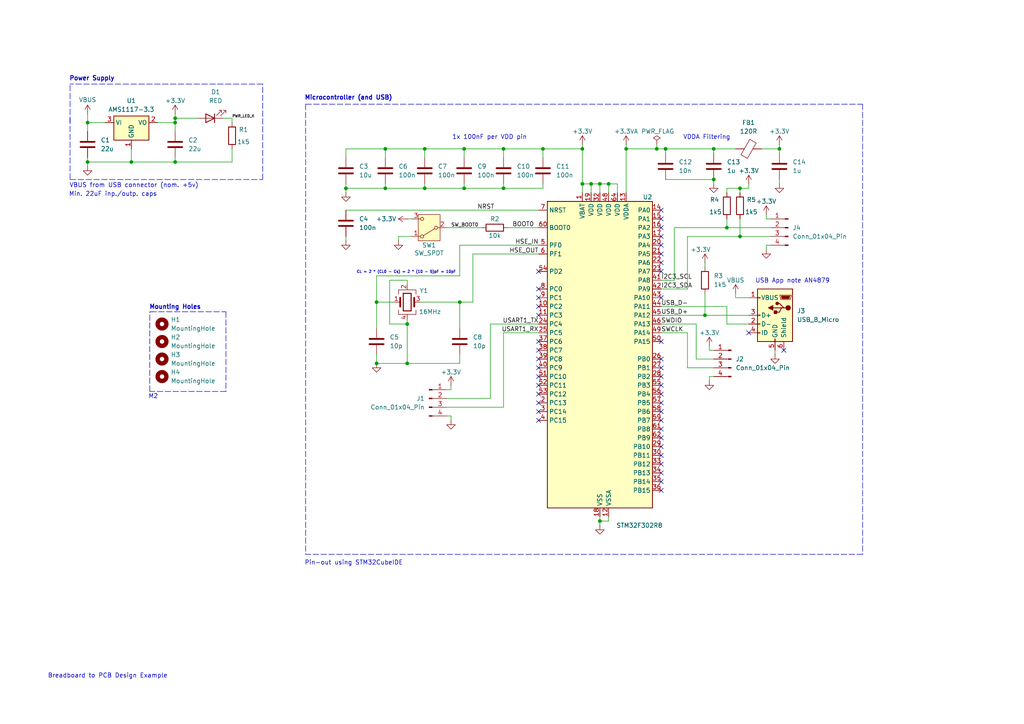
<source format=kicad_sch>
(kicad_sch (version 20231120) (generator "eeschema") (generator_version "8.0")
  (paper "A4")
  (title_block (title "Breadboard to PCB Pipeline Design") (date "2024-06-27") (rev "0.1") (company "Hana Co."))
  (lib_symbols
    (symbol "Connector:Conn_01x04_Pin" (pin_names (offset 1.016) hide)
      (property "Reference" "J" (at 0 5.08 0))
      (property "Value" "Conn_01x04_Pin" (at 0 -7.62 0))
      (symbol "Conn_01x04_Pin_1_1"
        (polyline (pts (xy 1.27 -5.08) (xy 0.8636 -5.08)) (stroke (width 0.1524)))
        (polyline (pts (xy 1.27 -2.54) (xy 0.8636 -2.54)) (stroke (width 0.1524)))
        (polyline (pts (xy 1.27 0) (xy 0.8636 0)) (stroke (width 0.1524)))
        (polyline (pts (xy 1.27 2.54) (xy 0.8636 2.54)) (stroke (width 0.1524)))
        (rectangle (start 0.8636 -4.953) (end 0 -5.207) (stroke (width 0.1524)) (fill (type outline)))
        (rectangle (start 0.8636 -2.413) (end 0 -2.667) (stroke (width 0.1524)) (fill (type outline)))
        (rectangle (start 0.8636 0.127) (end 0 -0.127) (stroke (width 0.1524)) (fill (type outline)))
        (rectangle (start 0.8636 2.667) (end 0 2.413) (stroke (width 0.1524)) (fill (type outline)))
        (pin passive line (at 5.08 2.54 180) (length 3.81) (name "Pin_1") (number "1"))
        (pin passive line (at 5.08 0 180) (length 3.81) (name "Pin_2") (number "2"))
        (pin passive line (at 5.08 -2.54 180) (length 3.81) (name "Pin_3") (number "3"))
        (pin passive line (at 5.08 -5.08 180) (length 3.81) (name "Pin_4") (number "4"))
      )
    )
    (symbol "Connector:USB_B_Micro" (pin_names (offset 1.016))
      (property "Reference" "J" (at -5.08 11.43 0))
      (property "Value" "USB_B_Micro" (at -5.08 8.89 0))
      (symbol "USB_B_Micro_0_1"
        (rectangle (start -5.08 -7.62) (end 5.08 7.62) (stroke (width 0.254)) (fill (type background)))
        (circle (center -3.81 2.159) (radius 0.635) (stroke (width 0.254)) (fill (type outline)))
        (circle (center -0.635 3.429) (radius 0.381) (stroke (width 0.254)) (fill (type outline)))
        (rectangle (start -0.127 -7.62) (end 0.127 -6.858))
        (polyline (pts (xy -1.905 2.159) (xy 0.635 2.159)) (stroke (width 0.254)))
        (polyline (pts (xy -3.175 2.159) (xy -2.54 2.159) (xy -1.27 3.429) (xy -0.635 3.429)) (stroke (width 0.254)))
        (polyline (pts (xy -2.54 2.159) (xy -1.905 2.159) (xy -1.27 0.889) (xy 0 0.889)) (stroke (width 0.254)))
        (polyline (pts (xy 0.635 2.794) (xy 0.635 1.524) (xy 1.905 2.159) (xy 0.635 2.794)) (stroke (width 0.254)) (fill (type outline)))
        (polyline (pts (xy -4.318 5.588) (xy -1.778 5.588) (xy -2.032 4.826) (xy -4.064 4.826) (xy -4.318 5.588)) (fill (type outline)))
        (polyline (pts (xy -4.699 5.842) (xy -4.699 5.588) (xy -4.445 4.826) (xy -4.445 4.572) (xy -1.651 4.572) (xy -1.651 4.826) (xy -1.397 5.588) (xy -1.397 5.842) (xy -4.699 5.842)))
        (rectangle (start 0.254 1.27) (end -0.508 0.508) (stroke (width 0.254)) (fill (type outline)))
        (rectangle (start 5.08 -5.207) (end 4.318 -4.953))
        (rectangle (start 5.08 -2.667) (end 4.318 -2.413))
        (rectangle (start 5.08 -0.127) (end 4.318 0.127))
        (rectangle (start 5.08 4.953) (end 4.318 5.207))
      )
      (symbol "USB_B_Micro_1_1"
        (pin power_out line (at 7.62 5.08 180) (length 2.54) (name "VBUS") (number "1"))
        (pin bidirectional line (at 7.62 -2.54 180) (length 2.54) (name "D-") (number "2"))
        (pin bidirectional line (at 7.62 0 180) (length 2.54) (name "D+") (number "3"))
        (pin passive line (at 7.62 -5.08 180) (length 2.54) (name "ID") (number "4"))
        (pin power_out line (at 0 -10.16 90) (length 2.54) (name "GND") (number "5"))
        (pin passive line (at -2.54 -10.16 90) (length 2.54) (name "Shield") (number "6"))
      )
    )
    (symbol "Device:C" (pin_numbers hide) (pin_names (offset 0.254))
      (property "Reference" "C" (at 0.635 2.54 0))
      (property "Value" "C" (at 0.635 -2.54 0))
      (symbol "C_0_1"
        (polyline (pts (xy -2.032 -0.762) (xy 2.032 -0.762)) (stroke (width 0.508)))
        (polyline (pts (xy -2.032 0.762) (xy 2.032 0.762)) (stroke (width 0.508)))
      )
      (symbol "C_1_1"
        (pin passive line (at 0 3.81 270) (length 2.794) (name "~") (number "1"))
        (pin passive line (at 0 -3.81 90) (length 2.794) (name "~") (number "2"))
      )
    )
    (symbol "Device:Crystal_GND24" (pin_names (offset 1.016) hide)
      (property "Reference" "Y" (at 3.175 5.08 0))
      (property "Value" "Crystal_GND24" (at 3.175 3.175 0))
      (symbol "Crystal_GND24_0_1"
        (rectangle (start -1.143 2.54) (end 1.143 -2.54) (stroke (width 0.3048)))
        (polyline (pts (xy -2.54 0) (xy -2.032 0)))
        (polyline (pts (xy -2.032 -1.27) (xy -2.032 1.27)) (stroke (width 0.508)))
        (polyline (pts (xy 0 -3.81) (xy 0 -3.556)))
        (polyline (pts (xy 0 3.556) (xy 0 3.81)))
        (polyline (pts (xy 2.032 -1.27) (xy 2.032 1.27)) (stroke (width 0.508)))
        (polyline (pts (xy 2.032 0) (xy 2.54 0)))
        (polyline (pts (xy -2.54 -2.286) (xy -2.54 -3.556) (xy 2.54 -3.556) (xy 2.54 -2.286)))
        (polyline (pts (xy -2.54 2.286) (xy -2.54 3.556) (xy 2.54 3.556) (xy 2.54 2.286)))
      )
      (symbol "Crystal_GND24_1_1"
        (pin passive line (at -3.81 0 0) (length 1.27) (name "1") (number "1"))
        (pin passive line (at 0 5.08 270) (length 1.27) (name "2") (number "2"))
        (pin passive line (at 3.81 0 180) (length 1.27) (name "3") (number "3"))
        (pin passive line (at 0 -5.08 90) (length 1.27) (name "4") (number "4"))
      )
    )
    (symbol "Device:FerriteBead" (pin_numbers hide) (pin_names (offset 0))
      (property "Reference" "FB" (at -3.81 0.635 90))
      (property "Value" "FerriteBead" (at 3.81 0 90))
      (symbol "FerriteBead_0_1"
        (polyline (pts (xy 0 -1.27) (xy 0 -1.2192)))
        (polyline (pts (xy 0 1.27) (xy 0 1.2954)))
        (polyline (pts (xy -2.7686 0.4064) (xy -1.7018 2.2606) (xy 2.7686 -0.3048) (xy 1.6764 -2.159) (xy -2.7686 0.4064)))
      )
      (symbol "FerriteBead_1_1"
        (pin passive line (at 0 3.81 270) (length 2.54) (name "~") (number "1"))
        (pin passive line (at 0 -3.81 90) (length 2.54) (name "~") (number "2"))
      )
    )
    (symbol "Device:LED" (pin_numbers hide) (pin_names (offset 1.016) hide)
      (property "Reference" "D" (at 0 2.54 0))
      (property "Value" "LED" (at 0 -2.54 0))
      (symbol "LED_0_1"
        (polyline (pts (xy -1.27 -1.27) (xy -1.27 1.27)) (stroke (width 0.254)))
        (polyline (pts (xy -1.27 0) (xy 1.27 0)))
        (polyline (pts (xy 1.27 -1.27) (xy 1.27 1.27) (xy -1.27 0) (xy 1.27 -1.27)) (stroke (width 0.254)))
        (polyline (pts (xy -3.048 -0.762) (xy -4.572 -2.286) (xy -3.81 -2.286) (xy -4.572 -2.286) (xy -4.572 -1.524)))
        (polyline (pts (xy -1.778 -0.762) (xy -3.302 -2.286) (xy -2.54 -2.286) (xy -3.302 -2.286) (xy -3.302 -1.524)))
      )
      (symbol "LED_1_1"
        (pin passive line (at -3.81 0 0) (length 2.54) (name "K") (number "1"))
        (pin passive line (at 3.81 0 180) (length 2.54) (name "A") (number "2"))
      )
    )
    (symbol "Device:R" (pin_numbers hide) (pin_names (offset 0))
      (property "Reference" "R" (at 2.032 0 90))
      (property "Value" "R" (at 0 0 90))
      (symbol "R_0_1"
        (rectangle (start -1.016 -2.54) (end 1.016 2.54) (stroke (width 0.254)))
      )
      (symbol "R_1_1"
        (pin passive line (at 0 3.81 270) (length 1.27) (name "~") (number "1"))
        (pin passive line (at 0 -3.81 90) (length 1.27) (name "~") (number "2"))
      )
    )
    (symbol "MCU_ST_STM32F3:STM32F302R8Tx"
      (property "Reference" "U" (at -15.24 46.99 0))
      (property "Value" "STM32F302R8Tx" (at 10.16 46.99 0))
      (symbol "STM32F302R8Tx_0_1"
        (rectangle (start -15.24 -43.18) (end 15.24 45.72) (stroke (width 0.254)) (fill (type background)))
      )
      (symbol "STM32F302R8Tx_1_1"
        (pin power_in line (at -5.08 48.26 270) (length 2.54) (name "VBAT") (number "1"))
        (pin bidirectional line (at -17.78 15.24 0) (length 2.54) (name "PC2") (number "10"))
        (pin bidirectional line (at -17.78 12.7 0) (length 2.54) (name "PC3") (number "11"))
        (pin power_in line (at 2.54 -45.72 90) (length 2.54) (name "VSSA") (number "12"))
        (pin power_in line (at 7.62 48.26 270) (length 2.54) (name "VDDA") (number "13"))
        (pin bidirectional line (at 17.78 43.18 180) (length 2.54) (name "PA0") (number "14"))
        (pin bidirectional line (at 17.78 40.64 180) (length 2.54) (name "PA1") (number "15"))
        (pin bidirectional line (at 17.78 38.1 180) (length 2.54) (name "PA2") (number "16"))
        (pin bidirectional line (at 17.78 35.56 180) (length 2.54) (name "PA3") (number "17"))
        (pin power_in line (at 0 -45.72 90) (length 2.54) (name "VSS") (number "18"))
        (pin power_in line (at -2.54 48.26 270) (length 2.54) (name "VDD") (number "19"))
        (pin bidirectional line (at -17.78 -12.7 0) (length 2.54) (name "PC13") (number "2"))
        (pin bidirectional line (at 17.78 33.02 180) (length 2.54) (name "PA4") (number "20"))
        (pin bidirectional line (at 17.78 30.48 180) (length 2.54) (name "PA5") (number "21"))
        (pin bidirectional line (at 17.78 27.94 180) (length 2.54) (name "PA6") (number "22"))
        (pin bidirectional line (at 17.78 25.4 180) (length 2.54) (name "PA7") (number "23"))
        (pin bidirectional line (at -17.78 10.16 0) (length 2.54) (name "PC4") (number "24"))
        (pin bidirectional line (at -17.78 7.62 0) (length 2.54) (name "PC5") (number "25"))
        (pin bidirectional line (at 17.78 0 180) (length 2.54) (name "PB0") (number "26"))
        (pin bidirectional line (at 17.78 -2.54 180) (length 2.54) (name "PB1") (number "27"))
        (pin bidirectional line (at 17.78 -5.08 180) (length 2.54) (name "PB2") (number "28"))
        (pin bidirectional line (at 17.78 -25.4 180) (length 2.54) (name "PB10") (number "29"))
        (pin bidirectional line (at -17.78 -15.24 0) (length 2.54) (name "PC14") (number "3"))
        (pin bidirectional line (at 17.78 -27.94 180) (length 2.54) (name "PB11") (number "30"))
        (pin passive line (at 0 -45.72 90) (length 2.54) hide (name "VSS") (number "31"))
        (pin power_in line (at 0 48.26 270) (length 2.54) (name "VDD") (number "32"))
        (pin bidirectional line (at 17.78 -30.48 180) (length 2.54) (name "PB12") (number "33"))
        (pin bidirectional line (at 17.78 -33.02 180) (length 2.54) (name "PB13") (number "34"))
        (pin bidirectional line (at 17.78 -35.56 180) (length 2.54) (name "PB14") (number "35"))
        (pin bidirectional line (at 17.78 -38.1 180) (length 2.54) (name "PB15") (number "36"))
        (pin bidirectional line (at -17.78 5.08 0) (length 2.54) (name "PC6") (number "37"))
        (pin bidirectional line (at -17.78 2.54 0) (length 2.54) (name "PC7") (number "38"))
        (pin bidirectional line (at -17.78 0 0) (length 2.54) (name "PC8") (number "39"))
        (pin bidirectional line (at -17.78 -17.78 0) (length 2.54) (name "PC15") (number "4"))
        (pin bidirectional line (at -17.78 -2.54 0) (length 2.54) (name "PC9") (number "40"))
        (pin bidirectional line (at 17.78 22.86 180) (length 2.54) (name "PA8") (number "41"))
        (pin bidirectional line (at 17.78 20.32 180) (length 2.54) (name "PA9") (number "42"))
        (pin bidirectional line (at 17.78 17.78 180) (length 2.54) (name "PA10") (number "43"))
        (pin bidirectional line (at 17.78 15.24 180) (length 2.54) (name "PA11") (number "44"))
        (pin bidirectional line (at 17.78 12.7 180) (length 2.54) (name "PA12") (number "45"))
        (pin bidirectional line (at 17.78 10.16 180) (length 2.54) (name "PA13") (number "46"))
        (pin passive line (at 0 -45.72 90) (length 2.54) hide (name "VSS") (number "47"))
        (pin power_in line (at 2.54 48.26 270) (length 2.54) (name "VDD") (number "48"))
        (pin bidirectional line (at 17.78 7.62 180) (length 2.54) (name "PA14") (number "49"))
        (pin bidirectional line (at -17.78 33.02 0) (length 2.54) (name "PF0") (number "5"))
        (pin bidirectional line (at 17.78 5.08 180) (length 2.54) (name "PA15") (number "50"))
        (pin bidirectional line (at -17.78 -5.08 0) (length 2.54) (name "PC10") (number "51"))
        (pin bidirectional line (at -17.78 -7.62 0) (length 2.54) (name "PC11") (number "52"))
        (pin bidirectional line (at -17.78 -10.16 0) (length 2.54) (name "PC12") (number "53"))
        (pin bidirectional line (at -17.78 25.4 0) (length 2.54) (name "PD2") (number "54"))
        (pin bidirectional line (at 17.78 -7.62 180) (length 2.54) (name "PB3") (number "55"))
        (pin bidirectional line (at 17.78 -10.16 180) (length 2.54) (name "PB4") (number "56"))
        (pin bidirectional line (at 17.78 -12.7 180) (length 2.54) (name "PB5") (number "57"))
        (pin bidirectional line (at 17.78 -15.24 180) (length 2.54) (name "PB6") (number "58"))
        (pin bidirectional line (at 17.78 -17.78 180) (length 2.54) (name "PB7") (number "59"))
        (pin bidirectional line (at -17.78 30.48 0) (length 2.54) (name "PF1") (number "6"))
        (pin input line (at -17.78 38.1 0) (length 2.54) (name "BOOT0") (number "60"))
        (pin bidirectional line (at 17.78 -20.32 180) (length 2.54) (name "PB8") (number "61"))
        (pin bidirectional line (at 17.78 -22.86 180) (length 2.54) (name "PB9") (number "62"))
        (pin passive line (at 0 -45.72 90) (length 2.54) hide (name "VSS") (number "63"))
        (pin power_in line (at 5.08 48.26 270) (length 2.54) (name "VDD") (number "64"))
        (pin input line (at -17.78 43.18 0) (length 2.54) (name "NRST") (number "7"))
        (pin bidirectional line (at -17.78 20.32 0) (length 2.54) (name "PC0") (number "8"))
        (pin bidirectional line (at -17.78 17.78 0) (length 2.54) (name "PC1") (number "9"))
      )
    )
    (symbol "Mechanical:MountingHole" (pin_names (offset 1.016)) (exclude_from_sim yes) (in_bom no)
      (property "Reference" "H" (at 0 5.08 0))
      (property "Value" "MountingHole" (at 0 3.175 0))
      (symbol "MountingHole_0_1"
        (circle (center 0 0) (radius 1.27) (stroke (width 1.27)))
      )
    )
    (symbol "Regulator_Linear:AMS1117-3.3"
      (property "Reference" "U" (at -3.81 3.175 0))
      (property "Value" "AMS1117-3.3" (at 0 3.175 0))
      (symbol "AMS1117-3.3_0_1"
        (rectangle (start -5.08 -5.08) (end 5.08 1.905) (stroke (width 0.254)) (fill (type background)))
      )
      (symbol "AMS1117-3.3_1_1"
        (pin power_in line (at 0 -7.62 90) (length 2.54) (name "GND") (number "1"))
        (pin power_out line (at 7.62 0 180) (length 2.54) (name "VO") (number "2"))
        (pin power_in line (at -7.62 0 0) (length 2.54) (name "VI") (number "3"))
      )
    )
    (symbol "Switch:SW_SPDT" (pin_names (offset 0) hide)
      (property "Reference" "SW" (at 0 5.08 0))
      (property "Value" "SW_SPDT" (at 0 -5.08 0))
      (symbol "SW_SPDT_0_1"
        (circle (center -2.032 0) (radius 0.4572))
        (polyline (pts (xy -1.651 0.254) (xy 1.651 2.286)))
        (circle (center 2.032 -2.54) (radius 0.4572))
        (circle (center 2.032 2.54) (radius 0.4572))
      )
      (symbol "SW_SPDT_1_1"
        (rectangle (start -3.175 3.81) (end 3.175 -3.81) (fill (type background)))
        (pin passive line (at 5.08 2.54 180) (length 2.54) (name "A") (number "1"))
        (pin passive line (at -5.08 0 0) (length 2.54) (name "B") (number "2"))
        (pin passive line (at 5.08 -2.54 180) (length 2.54) (name "C") (number "3"))
      )
    )
    (symbol "power:+3.3V" (power) (pin_numbers hide) (pin_names (offset 0) hide)
      (property "Value" "+3.3V" (at 0 3.556 0))
      (symbol "+3.3V_0_1"
        (polyline (pts (xy -0.762 1.27) (xy 0 2.54)))
        (polyline (pts (xy 0 0) (xy 0 2.54)))
        (polyline (pts (xy 0 2.54) (xy 0.762 1.27)))
      )
      (symbol "+3.3V_1_1"
        (pin power_in line (at 0 0 90) (length 0) (name "~") (number "1"))
      )
    )
    (symbol "power:GND" (power) (pin_numbers hide) (pin_names (offset 0) hide)
      (property "Value" "GND" (at 0 -3.81 0))
      (symbol "GND_0_1"
        (polyline (pts (xy 0 0) (xy 0 -1.27) (xy 1.27 -1.27) (xy 0 -2.54) (xy -1.27 -1.27) (xy 0 -1.27)))
      )
      (symbol "GND_1_1"
        (pin power_in line (at 0 0 270) (length 0) (name "~") (number "1"))
      )
    )
    (symbol "power:PWR_FLAG" (power) (pin_numbers hide) (pin_names (offset 0) hide)
      (property "Value" "PWR_FLAG" (at 0 3.81 0))
      (symbol "PWR_FLAG_0_0"
        (pin power_out line (at 0 0 90) (length 0) (name "~") (number "1"))
      )
      (symbol "PWR_FLAG_0_1"
        (polyline (pts (xy 0 0) (xy 0 1.27) (xy -1.016 1.905) (xy 0 2.54) (xy 1.016 1.905) (xy 0 1.27)))
      )
    )
    (symbol "power:VBUS" (power) (pin_numbers hide) (pin_names (offset 0) hide)
      (property "Value" "VBUS" (at 0 3.556 0))
      (symbol "VBUS_0_1"
        (polyline (pts (xy -0.762 1.27) (xy 0 2.54)))
        (polyline (pts (xy 0 0) (xy 0 2.54)))
        (polyline (pts (xy 0 2.54) (xy 0.762 1.27)))
      )
      (symbol "VBUS_1_1"
        (pin power_in line (at 0 0 90) (length 0) (name "~") (number "1"))
      )
    )
  )
  (junction (at 134.62 54.61))
  (junction (at 173.99 151.13))
  (junction (at 181.61 43.18))
  (junction (at 25.4 46.99))
  (junction (at 118.11 105.41))
  (junction (at 204.47 91.44))
  (junction (at 109.22 105.41))
  (junction (at 157.48 43.18))
  (junction (at 134.62 43.18))
  (junction (at 100.33 54.61))
  (junction (at 111.76 54.61))
  (junction (at 133.35 87.63))
  (junction (at 207.01 52.07))
  (junction (at 50.8 46.99))
  (junction (at 171.45 53.34))
  (junction (at 25.4 35.56))
  (junction (at 207.01 43.18))
  (junction (at 168.91 43.18))
  (junction (at 226.06 43.18))
  (junction (at 146.05 43.18))
  (junction (at 190.5 43.18))
  (junction (at 123.19 43.18))
  (junction (at 123.19 54.61))
  (junction (at 109.22 87.63))
  (junction (at 111.76 43.18))
  (junction (at 146.05 54.61))
  (junction (at 193.04 43.18))
  (junction (at 214.63 68.58))
  (junction (at 176.53 53.34))
  (junction (at 50.8 34.29))
  (junction (at 168.91 53.34))
  (junction (at 118.11 93.98))
  (junction (at 210.82 66.04))
  (junction (at 173.99 53.34))
  (junction (at 214.63 54.61))
  (junction (at 50.8 35.56))
  (junction (at 38.1 46.99))
  (no_connect (at 191.77 132.08))
  (no_connect (at 191.77 99.06))
  (no_connect (at 191.77 104.14))
  (no_connect (at 156.21 86.36))
  (no_connect (at 191.77 116.84))
  (no_connect (at 191.77 114.3))
  (no_connect (at 156.21 116.84))
  (no_connect (at 191.77 134.62))
  (no_connect (at 217.17 96.52))
  (no_connect (at 156.21 83.82))
  (no_connect (at 156.21 109.22))
  (no_connect (at 191.77 111.76))
  (no_connect (at 191.77 121.92))
  (no_connect (at 191.77 124.46))
  (no_connect (at 191.77 127))
  (no_connect (at 227.33 101.6))
  (no_connect (at 191.77 63.5))
  (no_connect (at 156.21 114.3))
  (no_connect (at 156.21 104.14))
  (no_connect (at 156.21 78.74))
  (no_connect (at 191.77 119.38))
  (no_connect (at 156.21 121.92))
  (no_connect (at 191.77 68.58))
  (no_connect (at 156.21 99.06))
  (no_connect (at 191.77 106.68))
  (no_connect (at 191.77 60.96))
  (no_connect (at 191.77 137.16))
  (no_connect (at 156.21 106.68))
  (no_connect (at 191.77 142.24))
  (no_connect (at 156.21 88.9))
  (no_connect (at 191.77 109.22))
  (no_connect (at 156.21 101.6))
  (no_connect (at 156.21 91.44))
  (no_connect (at 191.77 129.54))
  (no_connect (at 191.77 86.36))
  (no_connect (at 191.77 73.66))
  (no_connect (at 191.77 78.74))
  (no_connect (at 191.77 139.7))
  (no_connect (at 156.21 111.76))
  (no_connect (at 156.21 119.38))
  (no_connect (at 191.77 76.2))
  (no_connect (at 191.77 71.12))
  (no_connect (at 191.77 66.04))
  (wire (pts (xy 133.35 87.63) (xy 133.35 95.25)))
  (polyline (pts (xy 250.19 30.226) (xy 250.19 160.782)) (stroke (width 0) (type dash)))
  (wire (pts (xy 214.63 63.5) (xy 214.63 68.58)))
  (wire (pts (xy 210.82 88.9) (xy 210.82 93.98)))
  (wire (pts (xy 205.74 100.33) (xy 205.74 101.6)))
  (wire (pts (xy 176.53 151.13) (xy 176.53 149.86)))
  (wire (pts (xy 191.77 91.44) (xy 204.47 91.44)))
  (wire (pts (xy 67.31 46.99) (xy 50.8 46.99)))
  (wire (pts (xy 168.91 43.18) (xy 168.91 53.34)))
  (wire (pts (xy 179.07 53.34) (xy 179.07 55.88)))
  (wire (pts (xy 130.81 120.65) (xy 129.54 120.65)))
  (wire (pts (xy 146.05 54.61) (xy 157.48 54.61)))
  (wire (pts (xy 67.31 34.29) (xy 67.31 35.56)))
  (polyline (pts (xy 43.434 90.424) (xy 43.688 90.424)))
  (wire (pts (xy 173.99 151.13) (xy 176.53 151.13)))
  (wire (pts (xy 118.11 82.55) (xy 118.11 81.28)))
  (polyline (pts (xy 43.434 90.424) (xy 43.688 90.424)))
  (wire (pts (xy 25.4 38.1) (xy 25.4 35.56)))
  (wire (pts (xy 100.33 53.34) (xy 100.33 54.61)))
  (wire (pts (xy 67.31 43.18) (xy 67.31 46.99)))
  (wire (pts (xy 195.58 66.04) (xy 195.58 81.28)))
  (wire (pts (xy 118.11 105.41) (xy 133.35 105.41)))
  (wire (pts (xy 50.8 33.02) (xy 50.8 34.29)))
  (wire (pts (xy 222.25 72.39) (xy 222.25 71.12)))
  (wire (pts (xy 191.77 96.52) (xy 199.39 96.52)))
  (wire (pts (xy 173.99 53.34) (xy 176.53 53.34)))
  (wire (pts (xy 100.33 54.61) (xy 111.76 54.61)))
  (polyline (pts (xy 43.434 90.424) (xy 43.688 90.424)))
  (wire (pts (xy 109.22 80.01) (xy 109.22 87.63)))
  (wire (pts (xy 111.76 45.72) (xy 111.76 43.18)))
  (wire (pts (xy 199.39 83.82) (xy 199.39 68.58)))
  (polyline (pts (xy 65.532 90.424) (xy 65.532 113.538)) (stroke (width 0) (type dash)))
  (wire (pts (xy 193.04 52.07) (xy 207.01 52.07)))
  (wire (pts (xy 181.61 41.91) (xy 181.61 43.18)))
  (wire (pts (xy 50.8 46.99) (xy 50.8 45.72)))
  (wire (pts (xy 134.62 53.34) (xy 134.62 54.61)))
  (wire (pts (xy 38.1 46.99) (xy 50.8 46.99)))
  (wire (pts (xy 118.11 81.28) (xy 113.03 81.28)))
  (wire (pts (xy 191.77 93.98) (xy 201.93 93.98)))
  (wire (pts (xy 222.25 71.12) (xy 223.52 71.12)))
  (polyline (pts (xy 43.434 113.538) (xy 43.434 90.424)) (stroke (width 0) (type dash)))
  (wire (pts (xy 217.17 54.61) (xy 217.17 53.34)))
  (wire (pts (xy 45.72 35.56) (xy 50.8 35.56)))
  (wire (pts (xy 118.11 93.98) (xy 118.11 105.41)))
  (wire (pts (xy 123.19 45.72) (xy 123.19 43.18)))
  (wire (pts (xy 118.11 93.98) (xy 118.11 92.71)))
  (wire (pts (xy 100.33 60.96) (xy 156.21 60.96)))
  (polyline (pts (xy 43.688 90.424) (xy 65.532 90.424)) (stroke (width 0) (type dash)))
  (wire (pts (xy 213.36 85.09) (xy 213.36 86.36)))
  (wire (pts (xy 147.32 66.04) (xy 156.21 66.04)))
  (wire (pts (xy 113.03 93.98) (xy 118.11 93.98)))
  (wire (pts (xy 168.91 53.34) (xy 171.45 53.34)))
  (wire (pts (xy 109.22 87.63) (xy 114.3 87.63)))
  (polyline (pts (xy 20.32 35.56) (xy 20.32 24.384)) (stroke (width 0) (type dash)))
  (wire (pts (xy 111.76 54.61) (xy 123.19 54.61)))
  (wire (pts (xy 156.21 71.12) (xy 133.35 71.12)))
  (wire (pts (xy 210.82 54.61) (xy 214.63 54.61)))
  (wire (pts (xy 214.63 54.61) (xy 214.63 55.88)))
  (wire (pts (xy 191.77 88.9) (xy 210.82 88.9)))
  (wire (pts (xy 207.01 52.07) (xy 207.01 53.34)))
  (wire (pts (xy 226.06 41.91) (xy 226.06 43.18)))
  (wire (pts (xy 109.22 102.87) (xy 109.22 105.41)))
  (wire (pts (xy 50.8 35.56) (xy 50.8 38.1)))
  (wire (pts (xy 171.45 53.34) (xy 171.45 55.88)))
  (wire (pts (xy 181.61 43.18) (xy 190.5 43.18)))
  (wire (pts (xy 213.36 86.36) (xy 217.17 86.36)))
  (wire (pts (xy 204.47 91.44) (xy 217.17 91.44)))
  (wire (pts (xy 38.1 43.18) (xy 38.1 46.99)))
  (polyline (pts (xy 43.434 90.424) (xy 43.688 90.424)))
  (wire (pts (xy 134.62 43.18) (xy 146.05 43.18)))
  (wire (pts (xy 157.48 43.18) (xy 168.91 43.18)))
  (wire (pts (xy 100.33 45.72) (xy 100.33 43.18)))
  (wire (pts (xy 176.53 53.34) (xy 176.53 55.88)))
  (wire (pts (xy 226.06 52.07) (xy 226.06 53.34)))
  (wire (pts (xy 115.57 69.85) (xy 115.57 68.58)))
  (wire (pts (xy 199.39 106.68) (xy 207.01 106.68)))
  (wire (pts (xy 204.47 76.2) (xy 204.47 77.47)))
  (wire (pts (xy 130.81 111.76) (xy 130.81 113.03)))
  (wire (pts (xy 130.81 121.92) (xy 130.81 120.65)))
  (wire (pts (xy 134.62 45.72) (xy 134.62 43.18)))
  (wire (pts (xy 199.39 96.52) (xy 199.39 106.68)))
  (wire (pts (xy 109.22 105.41) (xy 118.11 105.41)))
  (wire (pts (xy 201.93 93.98) (xy 201.93 104.14)))
  (wire (pts (xy 109.22 87.63) (xy 109.22 95.25)))
  (polyline (pts (xy 43.688 90.424) (xy 44.45 90.424)))
  (wire (pts (xy 205.74 109.22) (xy 207.01 109.22)))
  (wire (pts (xy 146.05 118.11) (xy 129.54 118.11)))
  (wire (pts (xy 118.11 63.5) (xy 119.38 63.5)))
  (wire (pts (xy 123.19 53.34) (xy 123.19 54.61)))
  (wire (pts (xy 193.04 43.18) (xy 193.04 44.45)))
  (wire (pts (xy 214.63 68.58) (xy 223.52 68.58)))
  (wire (pts (xy 25.4 48.26) (xy 25.4 46.99)))
  (wire (pts (xy 210.82 63.5) (xy 210.82 66.04)))
  (wire (pts (xy 130.81 113.03) (xy 129.54 113.03)))
  (wire (pts (xy 133.35 71.12) (xy 133.35 80.01)))
  (polyline (pts (xy 76.2 24.384) (xy 20.32 24.384)) (stroke (width 0) (type dash)))
  (wire (pts (xy 171.45 53.34) (xy 173.99 53.34)))
  (wire (pts (xy 207.01 43.18) (xy 193.04 43.18)))
  (wire (pts (xy 156.21 96.52) (xy 146.05 96.52)))
  (wire (pts (xy 210.82 66.04) (xy 223.52 66.04)))
  (polyline (pts (xy 65.532 113.538) (xy 43.434 113.538)) (stroke (width 0) (type dash)))
  (wire (pts (xy 121.92 87.63) (xy 133.35 87.63)))
  (wire (pts (xy 210.82 93.98) (xy 217.17 93.98)))
  (wire (pts (xy 123.19 54.61) (xy 134.62 54.61)))
  (wire (pts (xy 100.33 68.58) (xy 100.33 69.85)))
  (wire (pts (xy 129.54 115.57) (xy 142.24 115.57)))
  (wire (pts (xy 133.35 87.63) (xy 137.16 87.63)))
  (wire (pts (xy 100.33 43.18) (xy 111.76 43.18)))
  (wire (pts (xy 50.8 34.29) (xy 50.8 35.56)))
  (wire (pts (xy 220.98 43.18) (xy 226.06 43.18)))
  (wire (pts (xy 201.93 104.14) (xy 207.01 104.14)))
  (polyline (pts (xy 76.2 52.07) (xy 76.2 24.384)) (stroke (width 0) (type dash)))
  (wire (pts (xy 210.82 55.88) (xy 210.82 54.61)))
  (wire (pts (xy 190.5 43.18) (xy 193.04 43.18)))
  (wire (pts (xy 222.25 63.5) (xy 223.52 63.5)))
  (wire (pts (xy 100.33 54.61) (xy 100.33 55.88)))
  (wire (pts (xy 50.8 34.29) (xy 57.15 34.29)))
  (wire (pts (xy 129.54 66.04) (xy 139.7 66.04)))
  (polyline (pts (xy 88.646 30.226) (xy 250.19 30.226)) (stroke (width 0) (type dash)))
  (wire (pts (xy 137.16 87.63) (xy 137.16 73.66)))
  (wire (pts (xy 113.03 81.28) (xy 113.03 93.98)))
  (wire (pts (xy 111.76 43.18) (xy 123.19 43.18)))
  (wire (pts (xy 207.01 44.45) (xy 207.01 43.18)))
  (wire (pts (xy 111.76 53.34) (xy 111.76 54.61)))
  (wire (pts (xy 199.39 68.58) (xy 214.63 68.58)))
  (wire (pts (xy 181.61 55.88) (xy 181.61 43.18)))
  (wire (pts (xy 205.74 101.6) (xy 207.01 101.6)))
  (polyline (pts (xy 250.19 160.782) (xy 88.646 160.782)) (stroke (width 0) (type dash)))
  (wire (pts (xy 64.77 34.29) (xy 67.31 34.29)))
  (polyline (pts (xy 20.32 52.07) (xy 76.2 52.07)) (stroke (width 0) (type dash)))
  (wire (pts (xy 195.58 81.28) (xy 191.77 81.28)))
  (wire (pts (xy 115.57 68.58) (xy 119.38 68.58)))
  (wire (pts (xy 142.24 93.98) (xy 156.21 93.98)))
  (wire (pts (xy 146.05 43.18) (xy 157.48 43.18)))
  (wire (pts (xy 191.77 83.82) (xy 199.39 83.82)))
  (wire (pts (xy 146.05 45.72) (xy 146.05 43.18)))
  (wire (pts (xy 146.05 96.52) (xy 146.05 118.11)))
  (wire (pts (xy 173.99 152.4) (xy 173.99 151.13)))
  (wire (pts (xy 142.24 115.57) (xy 142.24 93.98)))
  (wire (pts (xy 168.91 41.91) (xy 168.91 43.18)))
  (wire (pts (xy 205.74 110.49) (xy 205.74 109.22)))
  (wire (pts (xy 133.35 80.01) (xy 109.22 80.01)))
  (wire (pts (xy 137.16 73.66) (xy 156.21 73.66)))
  (wire (pts (xy 214.63 54.61) (xy 217.17 54.61)))
  (wire (pts (xy 173.99 53.34) (xy 173.99 55.88)))
  (wire (pts (xy 173.99 149.86) (xy 173.99 151.13)))
  (wire (pts (xy 207.01 43.18) (xy 213.36 43.18)))
  (wire (pts (xy 190.5 41.91) (xy 190.5 43.18)))
  (wire (pts (xy 168.91 53.34) (xy 168.91 55.88)))
  (wire (pts (xy 134.62 54.61) (xy 146.05 54.61)))
  (wire (pts (xy 157.48 53.34) (xy 157.48 54.61)))
  (wire (pts (xy 133.35 102.87) (xy 133.35 105.41)))
  (wire (pts (xy 123.19 43.18) (xy 134.62 43.18)))
  (wire (pts (xy 146.05 53.34) (xy 146.05 54.61)))
  (wire (pts (xy 157.48 45.72) (xy 157.48 43.18)))
  (wire (pts (xy 25.4 35.56) (xy 30.48 35.56)))
  (wire (pts (xy 25.4 46.99) (xy 25.4 45.72)))
  (wire (pts (xy 222.25 62.23) (xy 222.25 63.5)))
  (wire (pts (xy 224.79 101.6) (xy 224.79 102.87)))
  (wire (pts (xy 195.58 66.04) (xy 210.82 66.04)))
  (polyline (pts (xy 43.434 90.424) (xy 43.688 90.424)))
  (wire (pts (xy 204.47 85.09) (xy 204.47 91.44)))
  (polyline (pts (xy 20.32 34.29) (xy 20.32 52.07)) (stroke (width 0) (type dash)))
  (wire (pts (xy 25.4 33.02) (xy 25.4 35.56)))
  (wire (pts (xy 226.06 43.18) (xy 226.06 44.45)))
  (polyline (pts (xy 88.646 30.226) (xy 88.646 160.782)) (stroke (width 0) (type dash)))
  (wire (pts (xy 25.4 46.99) (xy 38.1 46.99)))
  (wire (pts (xy 176.53 53.34) (xy 179.07 53.34)))
  (text "Pin-out using STM32CubeIDE" (at 102.616 163.322 0) (effects (font (size 1.27 1.27))))
  (text "USB App note AN4879" (at 229.87 81.534 0) (effects (font (size 1.27 1.27))))
  (text "Power Supply" (at 26.67 22.86 0) (effects (font (size 1.27 1.27) (bold yes))))
  (text "M2" (at 44.45 115.062 0) (effects (font (size 1.27 1.27))))
  (text "VBUS from USB connector (nom. +5v)" (at 38.862 53.848 0) (effects (font (size 1.27 1.27))))
  (text "Min. 22uF inp./outp. caps" (at 32.766 56.388 0) (effects (font (size 1.27 1.27))))
  (text "Breadboard to PCB Design Example" (at 31.242 196.088 0) (effects (font (size 1.27 1.27))))
  (text "Microcontroller (and USB)" (at 101.092 28.448 0) (effects (font (size 1.27 1.27) (bold yes))))
  (text "CL = 2 * (CL0 - Cs) = 2 * (10 - 5)pF = 10pF" (at 117.856 78.994 0) (effects (font (size 0.762 0.762))))
  (text "1x 100nF per VDD pin" (at 141.986 39.878 0) (effects (font (size 1.27 1.27))))
  (text "Mounting Holes" (at 50.8 89.154 0) (effects (font (size 1.27 1.27) (bold yes))))
  (text "VDDA Filtering" (at 204.978 39.878 0) (effects (font (size 1.27 1.27))))
  (label "I2C3_SDA" (at 191.77 83.82 0))
  (label "PWR_LED_K" (at 67.31 34.29 0) (effects (font (size 0.762 0.762))))
  (label "USB_D-" (at 191.77 88.9 0))
  (label "USART1_TX" (at 156.21 93.98 180))
  (label "USB_D+" (at 191.77 91.44 0))
  (label "USART1_RX" (at 156.21 96.52 180))
  (label "NRST" (at 138.43 60.96 0))
  (label "HSE_IN" (at 156.21 71.12 180))
  (label "SWCLK" (at 191.77 96.52 0))
  (label "SWDIO" (at 191.77 93.98 0))
  (label "I2C3_SCL" (at 191.77 81.28 0))
  (label "HSE_OUT" (at 156.21 73.66 180))
  (label "SW_BOOT0" (at 130.81 66.04 0) (effects (font (size 1.016 1.016))))
  (label "BOOT0" (at 148.59 66.04 0))
  (symbol (lib_id "Device:C") (at 25.4 41.91 0) (unit 1)
    (property "Reference" "C1" (at 29.21 40.6399 0) (effects (justify left)))
    (property "Value" "22u" (at 29.21 43.1799 0) (effects (justify left)))
    (property "Footprint" "Capacitor_SMD:C_0805_2012Metric" (effects (hide yes)))
    (property "Description" "Unpolarized capacitor" (effects (hide yes)))
  )
  (symbol (lib_id "Mechanical:MountingHole") (at 46.99 109.22 0) (unit 1) (exclude_from_sim yes) (in_bom no)
    (property "Reference" "H4" (at 49.53 107.9499 0) (effects (justify left)))
    (property "Value" "MountingHole" (at 49.53 110.4899 0) (effects (justify left)))
    (property "Footprint" "MountingHole:MountingHole_2.2mm_M2" (effects (hide yes)))
    (property "Description" "Mounting Hole without connection" (effects (hide yes)))
  )
  (symbol (lib_id "power:VBUS") (at 213.36 85.09 0) (mirror y) (unit 1)
    (property "Reference" "#PWR018" (effects (hide yes)))
    (property "Value" "VBUS" (at 213.36 81.28 0))
    (property "Description" "Power symbol creates a global label with name \"VBUS\"" (effects (hide yes)))
  )
  (symbol (lib_id "power:+3.3V") (at 204.47 76.2 0) (unit 1)
    (property "Reference" "#PWR014" (effects (hide yes)))
    (property "Value" "+3.3V" (at 203.2 72.39 0))
    (property "Description" "Power symbol creates a global label with name \"+3.3V\"" (effects (hide yes)))
  )
  (symbol (lib_id "power:+3.3V") (at 118.11 63.5 90) (unit 1)
    (property "Reference" "#PWR08" (effects (hide yes)))
    (property "Value" "+3.3V" (at 112.014 63.5 90))
    (property "Description" "Power symbol creates a global label with name \"+3.3V\"" (effects (hide yes)))
  )
  (symbol (lib_id "Device:R") (at 143.51 66.04 90) (unit 1)
    (property "Reference" "R2" (at 143.51 63.5 90))
    (property "Value" "10k" (at 143.51 68.326 90))
    (property "Footprint" "Resistor_SMD:R_0402_1005Metric" (effects (hide yes)))
    (property "Description" "Resistor" (effects (hide yes)))
  )
  (symbol (lib_id "power:PWR_FLAG") (at 190.5 41.91 0) (unit 1)
    (property "Reference" "#FLG01" (effects (hide yes)))
    (property "Value" "PWR_FLAG" (at 190.754 38.1 0))
    (property "Description" "Special symbol for telling ERC where power comes from" (effects (hide yes)))
  )
  (symbol (lib_id "Device:C") (at 109.22 99.06 0) (unit 1)
    (property "Reference" "C5" (at 113.03 97.7899 0) (effects (justify left)))
    (property "Value" "10p" (at 113.03 100.3299 0) (effects (justify left)))
    (property "Footprint" "Capacitor_SMD:C_0402_1005Metric" (effects (hide yes)))
    (property "Description" "Unpolarized capacitor" (effects (hide yes)))
  )
  (symbol (lib_id "Device:C") (at 157.48 49.53 0) (unit 1)
    (property "Reference" "C11" (at 161.29 48.2599 0) (effects (justify left)))
    (property "Value" "100n" (at 161.29 50.7999 0) (effects (justify left)))
    (property "Footprint" "Capacitor_SMD:C_0402_1005Metric" (effects (hide yes)))
    (property "Description" "Unpolarized capacitor" (effects (hide yes)))
  )
  (symbol (lib_id "Device:Crystal_GND24") (at 118.11 87.63 0) (unit 1)
    (property "Reference" "Y1" (at 122.936 84.328 0))
    (property "Value" "16MHz" (at 124.714 90.424 0))
    (property "Footprint" "Crystal:Crystal_SMD_3225-4Pin_3.2x2.5mm" (effects (hide yes)))
    (property "Description" "Four pin crystal, GND on pins 2 and 4" (effects (hide yes)))
  )
  (symbol (lib_id "Connector:Conn_01x04_Pin") (at 228.6 66.04 0) (mirror y) (unit 1)
    (property "Reference" "J4" (at 229.87 66.0399 0) (effects (justify right)))
    (property "Value" "Conn_01x04_Pin" (at 229.87 68.5799 0) (effects (justify right)))
    (property "Footprint" "Connector_PinHeader_2.54mm:PinHeader_1x04_P2.54mm_Vertical" (effects (hide yes)))
    (property "Description" "Generic connector, single row, 01x04, script generated" (effects (hide yes)))
  )
  (symbol (lib_id "power:+3.3V") (at 226.06 41.91 0) (unit 1)
    (property "Reference" "#PWR023" (effects (hide yes)))
    (property "Value" "+3.3V" (at 226.06 38.1 0))
    (property "Description" "Power symbol creates a global label with name \"+3.3V\"" (effects (hide yes)))
  )
  (symbol (lib_id "Device:LED") (at 60.96 34.29 180) (unit 1)
    (property "Reference" "D1" (at 62.5475 26.67 0))
    (property "Value" "RED" (at 62.5475 29.21 0))
    (property "Footprint" "LED_SMD:LED_0603_1608Metric" (effects (hide yes)))
    (property "Description" "Light emitting diode" (effects (hide yes)))
  )
  (symbol (lib_id "Device:C") (at 193.04 48.26 0) (unit 1)
    (property "Reference" "C12" (at 196.85 46.9899 0) (effects (justify left)))
    (property "Value" "10n" (at 196.85 49.5299 0) (effects (justify left)))
    (property "Footprint" "Capacitor_SMD:C_0402_1005Metric" (effects (hide yes)))
    (property "Description" "Unpolarized capacitor" (effects (hide yes)))
  )
  (symbol (lib_id "Mechanical:MountingHole") (at 46.99 93.98 0) (unit 1) (exclude_from_sim yes) (in_bom no)
    (property "Reference" "H1" (at 49.53 92.7099 0) (effects (justify left)))
    (property "Value" "MountingHole" (at 49.53 95.2499 0) (effects (justify left)))
    (property "Footprint" "MountingHole:MountingHole_2.2mm_M2" (effects (hide yes)))
    (property "Description" "Mounting Hole without connection" (effects (hide yes)))
  )
  (symbol (lib_id "Device:C") (at 207.01 48.26 0) (unit 1)
    (property "Reference" "C13" (at 210.82 46.9899 0) (effects (justify left)))
    (property "Value" "1u" (at 210.82 49.5299 0) (effects (justify left)))
    (property "Footprint" "Capacitor_SMD:C_0402_1005Metric" (effects (hide yes)))
    (property "Description" "Unpolarized capacitor" (effects (hide yes)))
  )
  (symbol (lib_id "Connector:Conn_01x04_Pin") (at 212.09 104.14 0) (mirror y) (unit 1)
    (property "Reference" "J2" (at 213.36 104.1399 0) (effects (justify right)))
    (property "Value" "Conn_01x04_Pin" (at 213.36 106.6799 0) (effects (justify right)))
    (property "Footprint" "Connector_PinHeader_2.54mm:PinHeader_1x04_P2.54mm_Vertical" (effects (hide yes)))
    (property "Description" "Generic connector, single row, 01x04, script generated" (effects (hide yes)))
  )
  (symbol (lib_id "power:GND") (at 207.01 53.34 0) (unit 1)
    (property "Reference" "#PWR017" (effects (hide yes)))
    (property "Value" "GND" (effects (hide yes)))
    (property "Description" "Power symbol creates a global label with name \"GND\" , ground" (effects (hide yes)))
  )
  (symbol (lib_id "Regulator_Linear:AMS1117-3.3") (at 38.1 35.56 0) (unit 1)
    (property "Reference" "U1" (at 38.1 29.21 0))
    (property "Value" "AMS1117-3.3" (at 38.1 31.75 0))
    (property "Footprint" "Package_TO_SOT_SMD:SOT-223-3_TabPin2" (effects (hide yes)))
    (property "Datasheet" "http://www.advanced-monolithic.com/pdf/ds1117.pdf" (effects (hide yes)))
    (property "Description" "1A Low Dropout regulator, positive, 3.3V fixed output, SOT-223" (effects (hide yes)))
  )
  (symbol (lib_id "Switch:SW_SPDT") (at 124.46 66.04 180) (unit 1)
    (property "Reference" "SW1" (at 124.46 71.12 0))
    (property "Value" "SW_SPDT" (at 124.46 73.406 0))
    (property "Footprint" "Button_Switch_SMD:SW_SPDT_PCM12" (effects (hide yes)))
    (property "Description" "Switch, single pole double throw" (effects (hide yes)))
  )
  (symbol (lib_id "power:GND") (at 25.4 48.26 0) (unit 1)
    (property "Reference" "#PWR02" (effects (hide yes)))
    (property "Value" "GND" (effects (hide yes)))
    (property "Description" "Power symbol creates a global label with name \"GND\" , ground" (effects (hide yes)))
  )
  (symbol (lib_id "Mechanical:MountingHole") (at 46.99 104.14 0) (unit 1) (exclude_from_sim yes) (in_bom no)
    (property "Reference" "H3" (at 49.53 102.8699 0) (effects (justify left)))
    (property "Value" "MountingHole" (at 49.53 105.4099 0) (effects (justify left)))
    (property "Footprint" "MountingHole:MountingHole_2.2mm_M2" (effects (hide yes)))
    (property "Description" "Mounting Hole without connection" (effects (hide yes)))
  )
  (symbol (lib_id "Device:FerriteBead") (at 217.17 43.18 90) (unit 1)
    (property "Reference" "FB1" (at 217.1192 35.56 90))
    (property "Value" "120R" (at 217.1192 38.1 90))
    (property "Footprint" "Inductor_SMD:L_0603_1608Metric" (effects (hide yes)))
    (property "Description" "Ferrite bead" (effects (hide yes)))
  )
  (symbol (lib_id "power:GND") (at 100.33 69.85 0) (unit 1)
    (property "Reference" "#PWR05" (effects (hide yes)))
    (property "Value" "GND" (effects (hide yes)))
    (property "Description" "Power symbol creates a global label with name \"GND\" , ground" (effects (hide yes)))
  )
  (symbol (lib_id "Device:C") (at 123.19 49.53 0) (unit 1)
    (property "Reference" "C7" (at 127 48.2599 0) (effects (justify left)))
    (property "Value" "100n" (at 127 50.7999 0) (effects (justify left)))
    (property "Footprint" "Capacitor_SMD:C_0402_1005Metric" (effects (hide yes)))
    (property "Description" "Unpolarized capacitor" (effects (hide yes)))
  )
  (symbol (lib_id "Connector:Conn_01x04_Pin") (at 124.46 115.57 0) (unit 1)
    (property "Reference" "J1" (at 123.19 115.5699 0) (effects (justify right)))
    (property "Value" "Conn_01x04_Pin" (at 123.19 118.1099 0) (effects (justify right)))
    (property "Footprint" "Connector_PinHeader_2.54mm:PinHeader_1x04_P2.54mm_Vertical" (effects (hide yes)))
    (property "Description" "Generic connector, single row, 01x04, script generated" (effects (hide yes)))
  )
  (symbol (lib_id "power:GND") (at 205.74 110.49 0) (unit 1)
    (property "Reference" "#PWR016" (effects (hide yes)))
    (property "Value" "GND" (effects (hide yes)))
    (property "Description" "Power symbol creates a global label with name \"GND\" , ground" (effects (hide yes)))
  )
  (symbol (lib_id "Device:C") (at 100.33 49.53 0) (unit 1)
    (property "Reference" "C3" (at 104.14 48.2599 0) (effects (justify left)))
    (property "Value" "10u" (at 104.14 50.7999 0) (effects (justify left)))
    (property "Footprint" "Capacitor_SMD:C_0603_1608Metric" (effects (hide yes)))
    (property "Description" "Unpolarized capacitor" (effects (hide yes)))
  )
  (symbol (lib_id "Device:R") (at 210.82 59.69 180) (unit 1)
    (property "Reference" "R4" (at 207.264 57.912 0))
    (property "Value" "1k5" (at 207.518 61.468 0))
    (property "Footprint" "Resistor_SMD:R_0402_1005Metric" (effects (hide yes)))
    (property "Description" "Resistor" (effects (hide yes)))
  )
  (symbol (lib_id "Device:C") (at 226.06 48.26 0) (unit 1)
    (property "Reference" "C14" (at 229.87 46.9899 0) (effects (justify left)))
    (property "Value" "1u" (at 229.87 49.5299 0) (effects (justify left)))
    (property "Footprint" "Capacitor_SMD:C_0402_1005Metric" (effects (hide yes)))
    (property "Description" "Unpolarized capacitor" (effects (hide yes)))
  )
  (symbol (lib_id "power:+3.3V") (at 181.61 41.91 0) (unit 1)
    (property "Reference" "#PWR013" (effects (hide yes)))
    (property "Value" "+3.3VA" (at 181.61 38.1 0))
    (property "Description" "Power symbol creates a global label with name \"+3.3V\"" (effects (hide yes)))
  )
  (symbol (lib_id "power:GND") (at 222.25 72.39 0) (unit 1)
    (property "Reference" "#PWR021" (effects (hide yes)))
    (property "Value" "GND" (effects (hide yes)))
    (property "Description" "Power symbol creates a global label with name \"GND\" , ground" (effects (hide yes)))
  )
  (symbol (lib_id "power:GND") (at 173.99 152.4 0) (unit 1)
    (property "Reference" "#PWR012" (effects (hide yes)))
    (property "Value" "GND" (effects (hide yes)))
    (property "Description" "Power symbol creates a global label with name \"GND\" , ground" (effects (hide yes)))
  )
  (symbol (lib_id "Device:R") (at 214.63 59.69 180) (unit 1)
    (property "Reference" "R5" (at 217.932 57.912 0))
    (property "Value" "1k5" (at 217.932 61.468 0))
    (property "Footprint" "Resistor_SMD:R_0402_1005Metric" (effects (hide yes)))
    (property "Description" "Resistor" (effects (hide yes)))
  )
  (symbol (lib_id "power:+3.3V") (at 205.74 100.33 0) (unit 1)
    (property "Reference" "#PWR015" (effects (hide yes)))
    (property "Value" "+3.3V" (at 205.74 96.52 0))
    (property "Description" "Power symbol creates a global label with name \"+3.3V\"" (effects (hide yes)))
  )
  (symbol (lib_id "Device:C") (at 133.35 99.06 0) (unit 1)
    (property "Reference" "C8" (at 137.16 97.7899 0) (effects (justify left)))
    (property "Value" "10p" (at 137.16 100.3299 0) (effects (justify left)))
    (property "Footprint" "Capacitor_SMD:C_0402_1005Metric" (effects (hide yes)))
    (property "Description" "Unpolarized capacitor" (effects (hide yes)))
  )
  (symbol (lib_id "Device:C") (at 111.76 49.53 0) (unit 1)
    (property "Reference" "C6" (at 115.57 48.2599 0) (effects (justify left)))
    (property "Value" "100n" (at 115.57 50.7999 0) (effects (justify left)))
    (property "Footprint" "Capacitor_SMD:C_0402_1005Metric" (effects (hide yes)))
    (property "Description" "Unpolarized capacitor" (effects (hide yes)))
  )
  (symbol (lib_id "power:GND") (at 224.79 102.87 0) (unit 1)
    (property "Reference" "#PWR022" (effects (hide yes)))
    (property "Value" "GND" (effects (hide yes)))
    (property "Description" "Power symbol creates a global label with name \"GND\" , ground" (effects (hide yes)))
  )
  (symbol (lib_id "Device:C") (at 134.62 49.53 0) (unit 1)
    (property "Reference" "C9" (at 138.43 48.2599 0) (effects (justify left)))
    (property "Value" "100n" (at 138.43 50.7999 0) (effects (justify left)))
    (property "Footprint" "Capacitor_SMD:C_0402_1005Metric" (effects (hide yes)))
    (property "Description" "Unpolarized capacitor" (effects (hide yes)))
  )
  (symbol (lib_id "power:GND") (at 130.81 121.92 0) (mirror y) (unit 1)
    (property "Reference" "#PWR010" (effects (hide yes)))
    (property "Value" "GND" (effects (hide yes)))
    (property "Description" "Power symbol creates a global label with name \"GND\" , ground" (effects (hide yes)))
  )
  (symbol (lib_id "power:+3.3V") (at 222.25 62.23 0) (unit 1)
    (property "Reference" "#PWR020" (effects (hide yes)))
    (property "Value" "+3.3V" (at 222.25 58.42 0))
    (property "Description" "Power symbol creates a global label with name \"+3.3V\"" (effects (hide yes)))
  )
  (symbol (lib_id "Device:C") (at 100.33 64.77 0) (unit 1)
    (property "Reference" "C4" (at 104.14 63.4999 0) (effects (justify left)))
    (property "Value" "100n" (at 104.14 66.0399 0) (effects (justify left)))
    (property "Footprint" "Capacitor_SMD:C_0402_1005Metric" (effects (hide yes)))
    (property "Description" "Unpolarized capacitor" (effects (hide yes)))
  )
  (symbol (lib_id "power:GND") (at 109.22 105.41 0) (unit 1)
    (property "Reference" "#PWR06" (effects (hide yes)))
    (property "Value" "GND" (effects (hide yes)))
    (property "Description" "Power symbol creates a global label with name \"GND\" , ground" (effects (hide yes)))
  )
  (symbol (lib_id "Mechanical:MountingHole") (at 46.99 99.06 0) (unit 1) (exclude_from_sim yes) (in_bom no)
    (property "Reference" "H2" (at 49.53 97.7899 0) (effects (justify left)))
    (property "Value" "MountingHole" (at 49.53 100.3299 0) (effects (justify left)))
    (property "Footprint" "MountingHole:MountingHole_2.2mm_M2" (effects (hide yes)))
    (property "Description" "Mounting Hole without connection" (effects (hide yes)))
  )
  (symbol (lib_id "Device:R") (at 204.47 81.28 180) (unit 1)
    (property "Reference" "R3" (at 207.01 80.0099 0) (effects (justify right)))
    (property "Value" "1k5" (at 207.01 82.5499 0) (effects (justify right)))
    (property "Footprint" "Resistor_SMD:R_0402_1005Metric" (effects (hide yes)))
    (property "Description" "Resistor" (effects (hide yes)))
  )
  (symbol (lib_id "Device:C") (at 50.8 41.91 0) (unit 1)
    (property "Reference" "C2" (at 54.61 40.6399 0) (effects (justify left)))
    (property "Value" "22u" (at 54.61 43.1799 0) (effects (justify left)))
    (property "Footprint" "Capacitor_SMD:C_0805_2012Metric" (effects (hide yes)))
    (property "Description" "Unpolarized capacitor" (effects (hide yes)))
  )
  (symbol (lib_id "power:GND") (at 115.57 69.85 0) (unit 1)
    (property "Reference" "#PWR07" (effects (hide yes)))
    (property "Value" "GND" (effects (hide yes)))
    (property "Description" "Power symbol creates a global label with name \"GND\" , ground" (effects (hide yes)))
  )
  (symbol (lib_id "power:+3.3V") (at 50.8 33.02 0) (unit 1)
    (property "Reference" "#PWR03" (effects (hide yes)))
    (property "Value" "+3.3V" (at 50.8 29.21 0))
    (property "Description" "Power symbol creates a global label with name \"+3.3V\"" (effects (hide yes)))
  )
  (symbol (lib_id "power:+3.3V") (at 168.91 41.91 0) (unit 1)
    (property "Reference" "#PWR011" (effects (hide yes)))
    (property "Value" "+3.3V" (at 168.91 38.1 0))
    (property "Description" "Power symbol creates a global label with name \"+3.3V\"" (effects (hide yes)))
  )
  (symbol (lib_id "Connector:USB_B_Micro") (at 224.79 91.44 0) (mirror y) (unit 1)
    (property "Reference" "J3" (at 231.14 90.1699 0) (effects (justify right)))
    (property "Value" "USB_B_Micro" (at 231.14 92.7099 0) (effects (justify right)))
    (property "Footprint" "Connector_USB:USB_Micro-B_Wuerth_629105150521" (effects (hide yes)))
    (property "Description" "USB Micro Type B connector" (effects (hide yes)))
  )
  (symbol (lib_id "power:VBUS") (at 25.4 33.02 0) (mirror y) (unit 1)
    (property "Reference" "#PWR01" (effects (hide yes)))
    (property "Value" "VBUS" (at 25.4 28.956 0))
    (property "Description" "Power symbol creates a global label with name \"VBUS\"" (effects (hide yes)))
  )
  (symbol (lib_id "power:+3.3V") (at 130.81 111.76 0) (mirror y) (unit 1)
    (property "Reference" "#PWR09" (effects (hide yes)))
    (property "Value" "+3.3V" (at 130.81 107.95 0))
    (property "Description" "Power symbol creates a global label with name \"+3.3V\"" (effects (hide yes)))
  )
  (symbol (lib_id "power:GND") (at 100.33 55.88 0) (unit 1)
    (property "Reference" "#PWR04" (effects (hide yes)))
    (property "Value" "GND" (effects (hide yes)))
    (property "Description" "Power symbol creates a global label with name \"GND\" , ground" (effects (hide yes)))
  )
  (symbol (lib_id "power:+3.3V") (at 217.17 53.34 0) (unit 1)
    (property "Reference" "#PWR019" (effects (hide yes)))
    (property "Value" "+3.3V" (at 217.17 49.53 0))
    (property "Description" "Power symbol creates a global label with name \"+3.3V\"" (effects (hide yes)))
  )
  (symbol (lib_id "Device:C") (at 146.05 49.53 0) (unit 1)
    (property "Reference" "C10" (at 149.86 48.2599 0) (effects (justify left)))
    (property "Value" "100n" (at 149.86 50.7999 0) (effects (justify left)))
    (property "Footprint" "Capacitor_SMD:C_0402_1005Metric" (effects (hide yes)))
    (property "Description" "Unpolarized capacitor" (effects (hide yes)))
  )
  (symbol (lib_id "power:GND") (at 226.06 53.34 0) (unit 1)
    (property "Reference" "#PWR024" (effects (hide yes)))
    (property "Value" "GND" (effects (hide yes)))
    (property "Description" "Power symbol creates a global label with name \"GND\" , ground" (effects (hide yes)))
  )
  (symbol (lib_id "Device:R") (at 67.31 39.37 180) (unit 1)
    (property "Reference" "R1" (at 70.612 37.592 0))
    (property "Value" "1k5" (at 70.612 41.148 0))
    (property "Footprint" "Resistor_SMD:R_0402_1005Metric" (effects (hide yes)))
    (property "Description" "Resistor" (effects (hide yes)))
  )
  (symbol (lib_id "MCU_ST_STM32F3:STM32F302R8Tx") (at 173.99 104.14 0) (unit 1)
    (property "Reference" "U2" (at 186.436 57.15 0) (effects (justify left)))
    (property "Value" "STM32F302R8" (at 178.7241 152.4 0) (effects (justify left)))
    (property "Footprint" "Package_QFP:LQFP-64_10x10mm_P0.5mm" (effects (hide yes)))
    (property "Datasheet" "https://www.st.com/resource/en/datasheet/stm32f302r8.pdf" (effects (hide yes)))
    (property "Description" "STMicroelectronics Arm Cortex-M4 MCU, 64KB flash, 16KB RAM, 72 MHz, 2.0-3.6V, 51 GPIO, LQFP64" (effects (hide yes)))
  )
)
</source>
